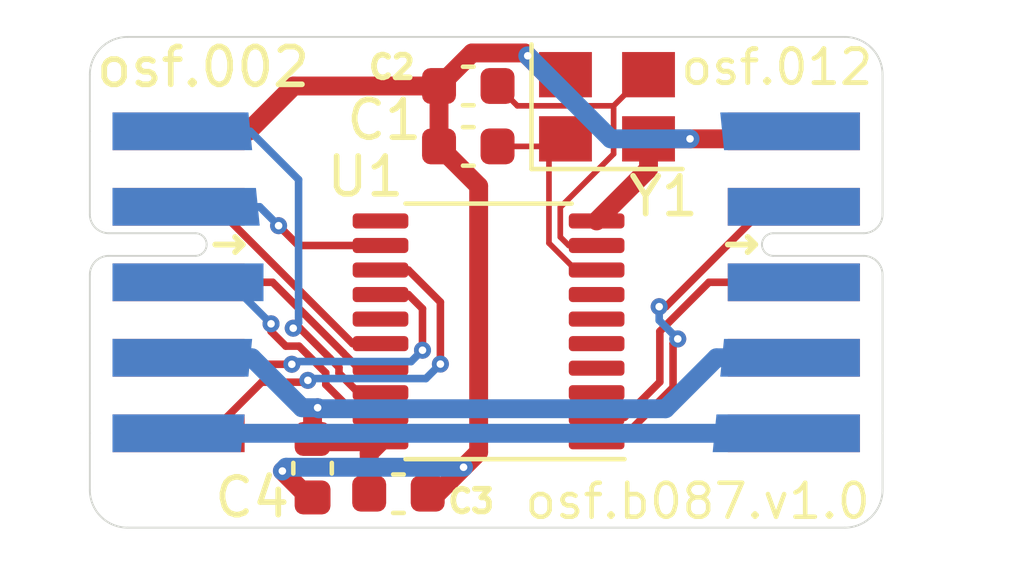
<source format=kicad_pcb>
(kicad_pcb (version 20221018) (generator pcbnew)
  (layers (0 "F.Cu" signal) (31 "B.Cu" signal) (34 "B.Paste" user) (35 "F.Paste" user) (36 "B.SilkS" user "B.Silkscreen") (37 "F.SilkS" user "F.Silkscreen") (38 "B.Mask" user) (39 "F.Mask" user) (44 "Edge.Cuts" user))
  (net 0 "")
  (net 1 "GND")
  (net 2 "Net-(U1-OSC2)")
  (net 3 "Net-(U1-OSC1)")
  (net 4 "+3.3V")
  (net 5 "/controller/CS")
  (net 6 "/controller/MISO")
  (net 7 "/controller/MOSI")
  (net 8 "/controller/CLK")
  (net 9 "/controller/INT0")
  (net 10 "/controller/INT")
  (net 11 "/controller/CAN_TX")
  (net 12 "/controller/CAN_RX")
  (net 14 "+5V")
  (net 21 "/controller/RESET")
  (footprint "Capacitor_SMD:C_0603_1608Metric" (layer "F.Cu") (at 87.025 76.9 180)
    (fp_text reference "C1" (at 2.225 0.7) (layer "F.SilkS"))
    (fp_text value "22pF")
    (fp_line (start -0.14058 -0.51) (end 0.14058 -0.51) (stroke (width 0.12)) (layer "F.SilkS"))
    (fp_line (start -0.14058 0.51) (end 0.14058 0.51) (stroke (width 0.12)) (layer "F.SilkS"))
    (pad "1" smd roundrect (at -0.775 0 180) (size 0.9 0.95) (layers "F.Cu" "F.Paste" "F.Mask") (net 2 "Net-(U1-OSC2)"))
    (pad "2" smd roundrect (at 0.775 0 180) (size 0.9 0.95) (layers "F.Cu" "F.Paste" "F.Mask") (net 1 "GND"))
  )
  (footprint "Capacitor_SMD:C_0603_1608Metric" (layer "F.Cu") (at 87.025 75.3 180)
    (fp_text reference "C2" (at 2.025 0.5) (layer "F.SilkS") (effects (font (size 0.6 0.6))))
    (fp_text value "22pF")
    (fp_line (start -0.14058 -0.51) (end 0.14058 -0.51) (stroke (width 0.12)) (layer "F.SilkS"))
    (fp_line (start -0.14058 0.51) (end 0.14058 0.51) (stroke (width 0.12)) (layer "F.SilkS"))
    (pad "1" smd roundrect (at -0.775 0 180) (size 0.9 0.95) (layers "F.Cu" "F.Paste" "F.Mask") (net 3 "Net-(U1-OSC1)"))
    (pad "2" smd roundrect (at 0.775 0 180) (size 0.9 0.95) (layers "F.Cu" "F.Paste" "F.Mask") (net 1 "GND"))
  )
  (footprint "Crystal:Crystal_SMD_Abracon_ABM8G-4Pin_3.2x2.5mm" (layer "F.Cu") (at 90.7 75.85)
    (fp_text reference "Y1" (at 1.5 2.375) (layer "F.SilkS"))
    (fp_text value "20MhZ")
    (fp_line (start -2 -1.65) (end -2 1.65) (stroke (width 0.12)) (layer "F.SilkS"))
    (fp_line (start -2 1.65) (end 2 1.65) (stroke (width 0.12)) (layer "F.SilkS"))
    (pad "1" smd rect (at -1.1 0.85) (size 1.4 1.2) (layers "F.Cu" "F.Paste" "F.Mask") (net 2 "Net-(U1-OSC2)"))
    (pad "2" smd rect (at 1.1 0.85) (size 1.4 1.2) (layers "F.Cu" "F.Paste" "F.Mask") (net 1 "GND"))
    (pad "3" smd rect (at 1.1 -0.85) (size 1.4 1.2) (layers "F.Cu" "F.Paste" "F.Mask") (net 3 "Net-(U1-OSC1)"))
    (pad "4" smd rect (at -1.1 -0.85) (size 1.4 1.2) (layers "F.Cu" "F.Paste" "F.Mask") (net 1 "GND"))
  )
  (footprint "on_edge:on_edge_2x05_device" (layer "F.Cu") (at 77 80.5 -90)
    (fp_text reference "J1")
    (fp_text value "002_SPI")
    (fp_line (start -1.2 -3.85) (end -1 -4.05) (stroke (width 0.153)) (layer "F.SilkS"))
    (fp_line (start -1 -4.05) (end -1 -3.323) (stroke (width 0.153)) (layer "F.SilkS"))
    (fp_line (start -1 -4.05) (end -0.8 -3.85) (stroke (width 0.153)) (layer "F.SilkS"))
    (fp_line (start -4 0) (end -1.8 0) (stroke (width 0.05)) (layer "Edge.Cuts"))
    (fp_line (start -1.3 -2.8) (end -1.3 -0.5) (stroke (width 0.05)) (layer "Edge.Cuts"))
    (fp_line (start -0.7 -0.5) (end -0.7 -2.8) (stroke (width 0.05)) (layer "Edge.Cuts"))
    (fp_line (start -0.2 0) (end 4 0) (stroke (width 0.05)) (layer "Edge.Cuts"))
    (fp_arc (start -1.3 -2.8) (mid -1 -3.1) (end -0.7 -2.8) (stroke (width 0.05)) (layer "Edge.Cuts"))
    (fp_arc (start -1.3 -0.5) (mid -1.446447 -0.146447) (end -1.8 0) (stroke (width 0.05)) (layer "Edge.Cuts"))
    (fp_arc (start -0.2 0) (mid -0.553553 -0.146447) (end -0.7 -0.5) (stroke (width 0.05)) (layer "Edge.Cuts"))
    (pad "1" smd rect (at -4 -2.35 90) (size 1 3.5) (layers "F.Cu" "F.Mask") (net 1 "GND"))
    (pad "2" smd rect (at -2 -2.35 270) (size 1 3.5) (layers "F.Cu" "F.Mask") (net 7 "/controller/MOSI"))
    (pad "3" smd rect (at 0 -2.35 270) (size 1 3.5) (layers "F.Cu" "F.Mask") (net 6 "/controller/MISO"))
    (pad "4" smd rect (at 2 -2.35 90) (size 1 3.5) (layers "F.Cu" "F.Mask") (net 8 "/controller/CLK"))
    (pad "5" smd rect (at 4 -2.35 90) (size 1 3.5) (layers "F.Cu" "F.Mask") (net 10 "/controller/INT"))
    (pad "6" smd custom (at -4 -2.4 270) (size 1 3.6) (layers "B.Cu" "B.Mask") (net 5 "/controller/CS") (options (clearance outline) (anchor rect)) (primitives (gr_poly (pts (xy 0.5 -1.8) (xy 0.5 -1.9) (xy -0.5 -1.8)) (width 0) (fill yes))))
    (pad "7" smd custom (at -2 -2.1 270) (size 1 3) (layers "B.Cu" "B.Mask") (net 9 "/controller/INT0") (options (clearance outline) (anchor rect)) (primitives (gr_poly (pts (xy 0.3 -0.51) (xy 0.31 -0.62) (xy 0.33 -0.7) (xy 0.35 -0.76) (xy 0.37 -0.81) (xy 0.4 -0.86) (xy 0.44 -0.92) (xy 0.48 -0.97) (xy 0.5 -0.99) (xy 0.5 -2.4) (xy -0.5 -2.3) (xy -0.5 1.5) (xy 0.3 1.5)) (width 0) (fill yes))))
    (pad "8" smd rect (at 0 -2.6 270) (size 1 4) (layers "B.Cu" "B.Mask") (net 21 "/controller/RESET"))
    (pad "9" smd custom (at 2 -2.4 270) (size 1 3.6) (layers "B.Cu" "B.Mask") (net 4 "+3.3V") (options (clearance outline) (anchor rect)) (primitives (gr_poly (pts (xy -0.5 -1.8) (xy -0.5 -1.9) (xy 0.5 -1.8)) (width 0) (fill yes))))
    (pad "10" smd custom (at 4 -2.3 270) (size 1 3.4) (layers "B.Cu" "B.Mask") (net 14 "+5V") (options (clearance outline) (anchor rect)) (primitives (gr_poly (pts (xy -0.5 -1.7) (xy -0.5 -1.8) (xy 0.5 -1.7)) (width 0) (fill yes))))
  )
  (footprint "on_edge:on_edge_2x05_host" (layer "F.Cu") (at 98 80.5 -90)
    (fp_text reference "J2")
    (fp_text value "012_CAN")
    (fp_line (start -1 3.373) (end -1.2 3.573) (stroke (width 0.153)) (layer "F.SilkS"))
    (fp_line (start -1 4.1) (end -1 3.373) (stroke (width 0.153)) (layer "F.SilkS"))
    (fp_line (start -0.8 3.573) (end -1 3.373) (stroke (width 0.153)) (layer "F.SilkS"))
    (fp_line (start -4 0) (end -1.8 0) (stroke (width 0.05)) (layer "Edge.Cuts"))
    (fp_line (start -1.3 0.5) (end -1.3 2.9) (stroke (width 0.05)) (layer "Edge.Cuts"))
    (fp_line (start -0.7 2.9) (end -0.7 0.5) (stroke (width 0.05)) (layer "Edge.Cuts"))
    (fp_line (start -0.2 0) (end 4 0) (stroke (width 0.05)) (layer "Edge.Cuts"))
    (fp_arc (start -1.8 0) (mid -1.446447 0.146447) (end -1.3 0.5) (stroke (width 0.05)) (layer "Edge.Cuts"))
    (fp_arc (start -0.7 0.5) (mid -0.553553 0.146447) (end -0.2 0) (stroke (width 0.05)) (layer "Edge.Cuts"))
    (fp_arc (start -0.7 2.9) (mid -1 3.2) (end -1.3 2.9) (stroke (width 0.05)) (layer "Edge.Cuts"))
    (pad "1" smd rect (at -4 2.35 270) (size 1 3.5) (layers "F.Cu" "F.Mask") (net 1 "GND"))
    (pad "2" smd rect (at -2 2.35 270) (size 1 3.5) (layers "F.Cu" "F.Mask") (net 11 "/controller/CAN_TX"))
    (pad "3" smd rect (at 0 2.35 270) (size 1 3.5) (layers "F.Cu" "F.Mask") (net 12 "/controller/CAN_RX"))
    (pad "4" smd rect (at 2 2.35 270) (size 1 3.5) (layers "F.Cu" "F.Mask"))
    (pad "5" smd rect (at 4 2.35 270) (size 1 3.5) (layers "F.Cu" "F.Mask"))
    (pad "6" smd custom (at -4 2.4 90) (size 1 3.6) (layers "B.Cu" "B.Mask") (options (clearance outline) (anchor rect)) (primitives (gr_poly (pts (xy 0.5 -1.8) (xy -0.5 -1.8) (xy 0.5 -1.9)) (width 0) (fill yes))))
    (pad "7" smd rect (at -2 2.35 90) (size 1 3.5) (layers "B.Cu" "B.Mask"))
    (pad "8" smd rect (at 0 2.35 90) (size 1 3.5) (layers "B.Cu" "B.Mask"))
    (pad "9" smd custom (at 2 2.4 90) (size 1 3.6) (layers "B.Cu" "B.Mask") (net 4 "+3.3V") (options (clearance outline) (anchor rect)) (primitives (gr_poly (pts (xy 0.5 -1.8) (xy -0.5 -1.8) (xy -0.5 -1.9)) (width 0) (fill yes))))
    (pad "10" smd custom (at 4 2.5 90) (size 1 3.8) (layers "B.Cu" "B.Mask") (net 14 "+5V") (options (clearance outline) (anchor rect)) (primitives (gr_poly (pts (xy 0.5 -1.9) (xy -0.5 -1.9) (xy -0.5 -2)) (width 0) (fill yes))))
  )
  (footprint "Capacitor_SMD:C_0603_1608Metric" (layer "F.Cu") (at 85.175 86.1)
    (fp_text reference "C3" (at 1.925 0.2) (layer "F.SilkS") (effects (font (size 0.6 0.6))))
    (fp_text value "1uF")
    (fp_line (start -0.14058 -0.51) (end 0.14058 -0.51) (stroke (width 0.12)) (layer "F.SilkS"))
    (fp_line (start -0.14058 0.51) (end 0.14058 0.51) (stroke (width 0.12)) (layer "F.SilkS"))
    (pad "1" smd roundrect (at -0.775 0) (size 0.9 0.95) (layers "F.Cu" "F.Paste" "F.Mask") (net 4 "+3.3V"))
    (pad "2" smd roundrect (at 0.775 0) (size 0.9 0.95) (layers "F.Cu" "F.Paste" "F.Mask") (net 1 "GND"))
  )
  (footprint "Capacitor_SMD:C_0603_1608Metric" (layer "F.Cu") (at 82.9 85.425 -90)
    (fp_text reference "C4" (at 0.775 1.6 -180) (layer "F.SilkS"))
    (fp_text value "100nF")
    (fp_line (start -0.14058 -0.51) (end 0.14058 -0.51) (stroke (width 0.12)) (layer "F.SilkS"))
    (fp_line (start -0.14058 0.51) (end 0.14058 0.51) (stroke (width 0.12)) (layer "F.SilkS"))
    (pad "1" smd roundrect (at -0.775 0 270) (size 0.9 0.95) (layers "F.Cu" "F.Paste" "F.Mask") (net 4 "+3.3V"))
    (pad "2" smd roundrect (at 0.775 0 270) (size 0.9 0.95) (layers "F.Cu" "F.Paste" "F.Mask") (net 1 "GND"))
  )
  (footprint "Package_SO:TSSOP-20_4.4x6.5mm_P0.65mm" (layer "F.Cu") (at 87.5625 81.8 180)
    (fp_text reference "U1" (at 3.2625 4.1) (layer "F.SilkS"))
    (fp_text value "MCP2515-xST")
    (fp_line (start 0 -3.385) (end -3.6 -3.385) (stroke (width 0.12)) (layer "F.SilkS"))
    (fp_line (start 0 -3.385) (end 2.2 -3.385) (stroke (width 0.12)) (layer "F.SilkS"))
    (fp_line (start 0 3.385) (end -2.2 3.385) (stroke (width 0.12)) (layer "F.SilkS"))
    (fp_line (start 0 3.385) (end 2.2 3.385) (stroke (width 0.12)) (layer "F.SilkS"))
    (pad "1" smd roundrect (at -2.8625 -2.925 180) (size 1.475 0.4) (layers "F.Cu" "F.Paste" "F.Mask") (net 11 "/controller/CAN_TX"))
    (pad "2" smd roundrect (at -2.8625 -2.275 180) (size 1.475 0.4) (layers "F.Cu" "F.Paste" "F.Mask") (net 12 "/controller/CAN_RX"))
    (pad "3" smd roundrect (at -2.8625 -1.625 180) (size 1.475 0.4) (layers "F.Cu" "F.Paste" "F.Mask"))
    (pad "4" smd roundrect (at -2.8625 -0.975 180) (size 1.475 0.4) (layers "F.Cu" "F.Paste" "F.Mask"))
    (pad "5" smd roundrect (at -2.8625 -0.325 180) (size 1.475 0.4) (layers "F.Cu" "F.Paste" "F.Mask"))
    (pad "6" smd roundrect (at -2.8625 0.325 180) (size 1.475 0.4) (layers "F.Cu" "F.Paste" "F.Mask"))
    (pad "7" smd roundrect (at -2.8625 0.975 180) (size 1.475 0.4) (layers "F.Cu" "F.Paste" "F.Mask"))
    (pad "8" smd roundrect (at -2.8625 1.625 180) (size 1.475 0.4) (layers "F.Cu" "F.Paste" "F.Mask") (net 2 "Net-(U1-OSC2)"))
    (pad "9" smd roundrect (at -2.8625 2.275 180) (size 1.475 0.4) (layers "F.Cu" "F.Paste" "F.Mask") (net 3 "Net-(U1-OSC1)"))
    (pad "10" smd roundrect (at -2.8625 2.925 180) (size 1.475 0.4) (layers "F.Cu" "F.Paste" "F.Mask") (net 1 "GND"))
    (pad "11" smd roundrect (at 2.8625 2.925 180) (size 1.475 0.4) (layers "F.Cu" "F.Paste" "F.Mask"))
    (pad "12" smd roundrect (at 2.8625 2.275 180) (size 1.475 0.4) (layers "F.Cu" "F.Paste" "F.Mask") (net 9 "/controller/INT0"))
    (pad "13" smd roundrect (at 2.8625 1.625 180) (size 1.475 0.4) (layers "F.Cu" "F.Paste" "F.Mask") (net 10 "/controller/INT"))
    (pad "14" smd roundrect (at 2.8625 0.975 180) (size 1.475 0.4) (layers "F.Cu" "F.Paste" "F.Mask") (net 8 "/controller/CLK"))
    (pad "15" smd roundrect (at 2.8625 0.325 180) (size 1.475 0.4) (layers "F.Cu" "F.Paste" "F.Mask"))
    (pad "16" smd roundrect (at 2.8625 -0.325 180) (size 1.475 0.4) (layers "F.Cu" "F.Paste" "F.Mask") (net 7 "/controller/MOSI"))
    (pad "17" smd roundrect (at 2.8625 -0.975 180) (size 1.475 0.4) (layers "F.Cu" "F.Paste" "F.Mask") (net 6 "/controller/MISO"))
    (pad "18" smd roundrect (at 2.8625 -1.625 180) (size 1.475 0.4) (layers "F.Cu" "F.Paste" "F.Mask") (net 5 "/controller/CS"))
    (pad "19" smd roundrect (at 2.8625 -2.275 180) (size 1.475 0.4) (layers "F.Cu" "F.Paste" "F.Mask") (net 21 "/controller/RESET"))
    (pad "20" smd roundrect (at 2.8625 -2.925 180) (size 1.475 0.4) (layers "F.Cu" "F.Paste" "F.Mask") (net 4 "+3.3V"))
  )
  (gr_line (start 97 87) (end 78 87) (stroke (width 0.05)) (layer "Edge.Cuts"))
  (gr_line (start 77 86) (end 77 84.5) (stroke (width 0.05)) (layer "Edge.Cuts"))
  (gr_line (start 78 74) (end 97 74) (stroke (width 0.05)) (layer "Edge.Cuts"))
  (gr_line (start 98 76.5) (end 98 75) (stroke (width 0.05)) (layer "Edge.Cuts"))
  (gr_line (start 77 76.5) (end 77 75) (stroke (width 0.05)) (layer "Edge.Cuts"))
  (gr_arc (start 98 86) (mid 97.707107 86.707107) (end 97 87) (stroke (width 0.05)) (layer "Edge.Cuts"))
  (gr_line (start 98 86) (end 98 84.5) (stroke (width 0.05)) (layer "Edge.Cuts"))
  (gr_arc (start 77 75) (mid 77.292893 74.292893) (end 78 74) (stroke (width 0.05)) (layer "Edge.Cuts"))
  (gr_arc (start 78 87) (mid 77.292893 86.707107) (end 77 86) (stroke (width 0.05)) (layer "Edge.Cuts"))
  (gr_arc (start 97 74) (mid 97.707107 74.292893) (end 98 75) (stroke (width 0.05)) (layer "Edge.Cuts"))
  (gr_text "osf.012" (at 95.2 74.8) (layer "F.SilkS") (effects (font (size 0.9 0.9) (thickness 0.13))))
  (gr_text "osf.b087.v1.0" (at 93.1 86.3) (layer "F.SilkS") (effects (font (size 0.9 0.9) (thickness 0.12))))
  (gr_text "osf.002" (at 80 74.8) (layer "F.SilkS") (effects (font (size 1 1))))
  (segment (start 91.8 77.5) (end 91.8 76.7) (width 0.5) (layer "F.Cu") (net 1))
  (segment (start 81.2 76.5) (end 79.35 76.5) (width 0.5) (layer "F.Cu") (net 1))
  (segment (start 89.1 75) (end 88.6 74.5) (width 0.5) (layer "F.Cu") (net 1))
  (segment (start 89.6 75) (end 89.1 75) (width 0.5) (layer "F.Cu") (net 1))
  (segment (start 91.8 76.7) (end 92.9 76.7) (width 0.5) (layer "F.Cu") (net 1))
  (segment (start 86.25 76.9) (end 86.25 75.3) (width 0.5) (layer "F.Cu") (net 1))
  (segment (start 82.8 86.2) (end 82.1 85.5) (width 0.5) (layer "F.Cu") (net 1))
  (segment (start 82.9 86.2) (end 82.8 86.2) (width 0.5) (layer "F.Cu") (net 1))
  (segment (start 95.45 76.7) (end 95.65 76.5) (width 0.5) (layer "F.Cu") (net 1))
  (segment (start 87.3 77.95) (end 86.25 76.9) (width 0.5) (layer "F.Cu") (net 1))
  (segment (start 90.425 78.875) (end 91.8 77.5) (width 0.5) (layer "F.Cu") (net 1))
  (segment (start 86.25 75.3) (end 87.125 74.425) (width 0.5) (layer "F.Cu") (net 1))
  (segment (start 86.9 85.4) (end 86.2 86.1) (width 0.5) (layer "F.Cu") (net 1))
  (segment (start 86.9 85.4) (end 87.3 85) (width 0.5) (layer "F.Cu") (net 1))
  (segment (start 87.3 85) (end 87.3 77.95) (width 0.5) (layer "F.Cu") (net 1))
  (segment (start 88.525 74.425) (end 88.6 74.5) (width 0.5) (layer "F.Cu") (net 1))
  (segment (start 86.2 86.1) (end 85.95 86.1) (width 0.5) (layer "F.Cu") (net 1))
  (segment (start 86.25 75.3) (end 82.4 75.3) (width 0.5) (layer "F.Cu") (net 1))
  (segment (start 92.9 76.7) (end 95.45 76.7) (width 0.5) (layer "F.Cu") (net 1))
  (segment (start 87.125 74.425) (end 88.525 74.425) (width 0.5) (layer "F.Cu") (net 1))
  (segment (start 82.4 75.3) (end 81.2 76.5) (width 0.5) (layer "F.Cu") (net 1))
  (via (at 88.6 74.5) (size 0.45) (drill 0.2) (layers "F.Cu" "B.Cu") (net 1))
  (via (at 86.9 85.4) (size 0.45) (drill 0.2) (layers "F.Cu" "B.Cu") (net 1))
  (via (at 92.9 76.7) (size 0.45) (drill 0.2) (layers "F.Cu" "B.Cu") (net 1))
  (via (at 82.1 85.5) (size 0.45) (drill 0.2) (layers "F.Cu" "B.Cu") (net 1))
  (segment (start 90.8 76.7) (end 92.9 76.7) (width 0.5) (layer "B.Cu") (net 1))
  (segment (start 86.9 85.4) (end 82.2 85.4) (width 0.5) (layer "B.Cu") (net 1))
  (segment (start 88.6 74.5) (end 90.8 76.7) (width 0.5) (layer "B.Cu") (net 1))
  (segment (start 82.2 85.4) (end 82.1 85.5) (width 0.5) (layer "B.Cu") (net 1))
  (segment (start 89.87511 80.175) (end 89.1625 79.46239) (width 0.15) (layer "F.Cu") (net 2))
  (segment (start 89.4 76.9) (end 89.6 76.7) (width 0.15) (layer "F.Cu") (net 2))
  (segment (start 90.425 80.175) (end 89.87511 80.175) (width 0.15) (layer "F.Cu") (net 2))
  (segment (start 87.8 76.9) (end 89.4 76.9) (width 0.15) (layer "F.Cu") (net 2))
  (segment (start 89.1625 79.46239) (end 89.1625 77.1375) (width 0.15) (layer "F.Cu") (net 2))
  (segment (start 89.1625 77.1375) (end 89.6 76.7) (width 0.15) (layer "F.Cu") (net 2))
  (segment (start 91.7 75) (end 91.8 75) (width 0.15) (layer "F.Cu") (net 3))
  (segment (start 89.687501 79.525) (end 89.4625 79.299999) (width 0.15) (layer "F.Cu") (net 3))
  (segment (start 90.875 75.825) (end 91.7 75) (width 0.15) (layer "F.Cu") (net 3))
  (segment (start 90.425 79.525) (end 89.687501 79.525) (width 0.15) (layer "F.Cu") (net 3))
  (segment (start 90.875 75.825) (end 88.325 75.825) (width 0.15) (layer "F.Cu") (net 3))
  (segment (start 90.875 77.1) (end 90.875 75.825) (width 0.15) (layer "F.Cu") (net 3))
  (segment (start 89.4625 78.5125) (end 90.875 77.1) (width 0.15) (layer "F.Cu") (net 3))
  (segment (start 88.325 75.825) (end 87.8 75.3) (width 0.15) (layer "F.Cu") (net 3))
  (segment (start 89.4625 79.299999) (end 89.4625 78.5125) (width 0.15) (layer "F.Cu") (net 3))
  (segment (start 83.034384 83.82287) (end 82.9 83.957254) (width 0.5) (layer "F.Cu") (net 4))
  (segment (start 84.4 86.1) (end 84.4 85.025) (width 0.5) (layer "F.Cu") (net 4))
  (segment (start 84.4 85.025) (end 84.7 84.725) (width 0.5) (layer "F.Cu") (net 4))
  (segment (start 82.975 84.725) (end 84.7 84.725) (width 0.5) (layer "F.Cu") (net 4))
  (segment (start 82.9 83.957254) (end 82.9 84.65) (width 0.5) (layer "F.Cu") (net 4))
  (segment (start 82.9 84.65) (end 82.975 84.725) (width 0.5) (layer "F.Cu") (net 4))
  (via (at 83.034384 83.82287) (size 0.45) (drill 0.2) (layers "F.Cu" "B.Cu") (net 4))
  (segment (start 93.6 82.5) (end 95.6 82.5) (width 0.5) (layer "B.Cu") (net 4))
  (segment (start 81.294876 82.5) (end 79.4 82.5) (width 0.5) (layer "B.Cu") (net 4))
  (segment (start 83.034384 83.82287) (end 82.617746 83.82287) (width 0.5) (layer "B.Cu") (net 4))
  (segment (start 82.617746 83.82287) (end 81.294876 82.5) (width 0.5) (layer "B.Cu") (net 4))
  (segment (start 83.061514 83.85) (end 92.25 83.85) (width 0.5) (layer "B.Cu") (net 4))
  (segment (start 83.034384 83.82287) (end 83.061514 83.85) (width 0.5) (layer "B.Cu") (net 4))
  (segment (start 92.25 83.85) (end 93.6 82.5) (width 0.5) (layer "B.Cu") (net 4))
  (segment (start 82.387777 81.716297) (end 82.563849 81.716297) (width 0.2) (layer "F.Cu") (net 5))
  (segment (start 84.114754 83.425) (end 84.7 83.425) (width 0.2) (layer "F.Cu") (net 5))
  (segment (start 83.6 82.910246) (end 84.114754 83.425) (width 0.2) (layer "F.Cu") (net 5))
  (segment (start 83.6 82.75522) (end 83.6 82.910246) (width 0.2) (layer "F.Cu") (net 5))
  (segment (start 83.3625 82.51772) (end 83.6 82.75522) (width 0.2) (layer "F.Cu") (net 5))
  (segment (start 82.563849 81.716297) (end 83.3625 82.514948) (width 0.2) (layer "F.Cu") (net 5))
  (segment (start 83.3625 82.514948) (end 83.3625 82.51772) (width 0.2) (layer "F.Cu") (net 5))
  (via (at 82.387777 81.716297) (size 0.45) (drill 0.2) (layers "F.Cu" "B.Cu") (net 5))
  (segment (start 82.529273 81.574801) (end 82.529273 77.779273) (width 0.2) (layer "B.Cu") (net 5))
  (segment (start 81.25 76.5) (end 79.4 76.5) (width 0.2) (layer "B.Cu") (net 5))
  (segment (start 82.529273 77.779273) (end 81.25 76.5) (width 0.2) (layer "B.Cu") (net 5))
  (segment (start 82.387777 81.716297) (end 82.529273 81.574801) (width 0.2) (layer "B.Cu") (net 5))
  (segment (start 83.7125 82.369974) (end 81.842527 80.5) (width 0.2) (layer "F.Cu") (net 6))
  (segment (start 84.114754 82.775) (end 83.7125 82.372746) (width 0.2) (layer "F.Cu") (net 6))
  (segment (start 84.7 82.775) (end 84.114754 82.775) (width 0.2) (layer "F.Cu") (net 6))
  (segment (start 83.7125 82.372746) (end 83.7125 82.369974) (width 0.2) (layer "F.Cu") (net 6))
  (segment (start 81.842527 80.5) (end 79.35 80.5) (width 0.2) (layer "F.Cu") (net 6))
  (segment (start 83.962501 82.125) (end 80.337501 78.5) (width 0.2) (layer "F.Cu") (net 7))
  (segment (start 80.337501 78.5) (end 79.35 78.5) (width 0.2) (layer "F.Cu") (net 7))
  (segment (start 84.7 82.125) (end 83.962501 82.125) (width 0.2) (layer "F.Cu") (net 7))
  (segment (start 81 82.5) (end 79.35 82.5) (width 0.2) (layer "F.Cu") (net 8))
  (segment (start 80.5 82.5) (end 79.35 82.5) (width 0.2) (layer "F.Cu") (net 8))
  (segment (start 82.35066 82.6719) (end 81.1719 82.6719) (width 0.2) (layer "F.Cu") (net 8))
  (segment (start 85.437499 80.825) (end 84.7 80.825) (width 0.2) (layer "F.Cu") (net 8))
  (segment (start 81.1719 82.6719) (end 81 82.5) (width 0.2) (layer "F.Cu") (net 8))
  (segment (start 85.812 82.3) (end 85.812 81.199501) (width 0.2) (layer "F.Cu") (net 8))
  (segment (start 85.812 81.199501) (end 85.437499 80.825) (width 0.2) (layer "F.Cu") (net 8))
  (via (at 82.35066 82.6719) (size 0.45) (drill 0.2) (layers "F.Cu" "B.Cu") (net 8))
  (via (at 85.812 82.3) (size 0.45) (drill 0.2) (layers "F.Cu" "B.Cu") (net 8))
  (segment (start 82.35066 82.6719) (end 82.42256 82.6) (width 0.2) (layer "B.Cu") (net 8))
  (segment (start 85.512 82.6) (end 85.812 82.3) (width 0.2) (layer "B.Cu") (net 8))
  (segment (start 82.42256 82.6) (end 85.512 82.6) (width 0.2) (layer "B.Cu") (net 8))
  (segment (start 84.7 79.525) (end 82.525 79.525) (width 0.2) (layer "F.Cu") (net 9))
  (segment (start 82.525 79.525) (end 82 79) (width 0.2) (layer "F.Cu") (net 9))
  (via (at 82 79) (size 0.45) (drill 0.2) (layers "F.Cu" "B.Cu") (net 9))
  (segment (start 81.5 78.5) (end 79.1 78.5) (width 0.2) (layer "B.Cu") (net 9))
  (segment (start 82 79) (end 81.5 78.5) (width 0.2) (layer "B.Cu") (net 9))
  (segment (start 80.2 84.5) (end 79.35 84.5) (width 0.2) (layer "F.Cu") (net 10))
  (segment (start 85.437499 80.175) (end 84.7 80.175) (width 0.2) (layer "F.Cu") (net 10))
  (segment (start 81.5531 83.1469) (end 80.2 84.5) (width 0.2) (layer "F.Cu") (net 10))
  (segment (start 86.28627 81.023771) (end 85.437499 80.175) (width 0.2) (layer "F.Cu") (net 10))
  (segment (start 82.72647 83.1469) (end 81.5531 83.1469) (width 0.2) (layer "F.Cu") (net 10))
  (segment (start 86.28627 82.666704) (end 86.28627 81.023771) (width 0.2) (layer "F.Cu") (net 10))
  (segment (start 82.7755 83.09787) (end 82.72647 83.1469) (width 0.2) (layer "F.Cu") (net 10))
  (via (at 82.7755 83.09787) (size 0.45) (drill 0.2) (layers "F.Cu" "B.Cu") (net 10))
  (via (at 86.28627 82.666704) (size 0.45) (drill 0.2) (layers "F.Cu" "B.Cu") (net 10))
  (segment (start 82.7755 83.09787) (end 82.82337 83.05) (width 0.2) (layer "B.Cu") (net 10))
  (segment (start 85.902974 83.05) (end 86.28627 82.666704) (width 0.2) (layer "B.Cu") (net 10))
  (segment (start 82.82337 83.05) (end 85.902974 83.05) (width 0.2) (layer "B.Cu") (net 10))
  (segment (start 92.45 82.1245) (end 92.45 83.285246) (width 0.2) (layer "F.Cu") (net 11))
  (segment (start 92.45 83.285246) (end 91.010246 84.725) (width 0.2) (layer "F.Cu") (net 11))
  (segment (start 91.010246 84.725) (end 90.425 84.725) (width 0.2) (layer "F.Cu") (net 11))
  (segment (start 92.5745 82) (end 92.45 82.1245) (width 0.2) (layer "F.Cu") (net 11))
  (segment (start 94.905026 78.5) (end 95.65 78.5) (width 0.2) (layer "F.Cu") (net 11))
  (segment (start 92.082781 81.146174) (end 92.258852 81.146174) (width 0.2) (layer "F.Cu") (net 11))
  (segment (start 92.258852 81.146174) (end 94.905026 78.5) (width 0.2) (layer "F.Cu") (net 11))
  (via (at 92.5745 82) (size 0.45) (drill 0.2) (layers "F.Cu" "B.Cu") (net 11))
  (via (at 92.082781 81.146174) (size 0.45) (drill 0.2) (layers "F.Cu" "B.Cu") (net 11))
  (segment (start 92.082781 81.508281) (end 92.5745 82) (width 0.2) (layer "B.Cu") (net 11))
  (segment (start 92.082781 81.146174) (end 92.082781 81.508281) (width 0.2) (layer "B.Cu") (net 11))
  (segment (start 92.1 83.140272) (end 92.1 81.8) (width 0.2) (layer "F.Cu") (net 12))
  (segment (start 93.4 80.5) (end 95.65 80.5) (width 0.2) (layer "F.Cu") (net 12))
  (segment (start 91.165272 84.075) (end 92.1 83.140272) (width 0.2) (layer "F.Cu") (net 12))
  (segment (start 92.1 81.8) (end 93.4 80.5) (width 0.2) (layer "F.Cu") (net 12))
  (segment (start 90.425 84.075) (end 91.165272 84.075) (width 0.2) (layer "F.Cu") (net 12))
  (segment (start 79.975 84.5) (end 79.3 84.5) (width 0.5) (layer "B.Cu") (net 14))
  (segment (start 79.3 84.5) (end 95.5 84.5) (width 0.5) (layer "B.Cu") (net 14))
  (segment (start 84.114754 84.075) (end 83.25 83.210246) (width 0.2) (layer "F.Cu") (net 21))
  (segment (start 83.25 82.900194) (end 82.541103 82.191297) (width 0.2) (layer "F.Cu") (net 21))
  (segment (start 82.191025 82.191297) (end 81.8 81.800272) (width 0.2) (layer "F.Cu") (net 21))
  (segment (start 81.8 81.800272) (end 81.8 81.6) (width 0.2) (layer "F.Cu") (net 21))
  (segment (start 83.25 83.210246) (end 83.25 82.900194) (width 0.2) (layer "F.Cu") (net 21))
  (segment (start 82.541103 82.191297) (end 82.191025 82.191297) (width 0.2) (layer "F.Cu") (net 21))
  (segment (start 84.7 84.075) (end 84.114754 84.075) (width 0.2) (layer "F.Cu") (net 21))
  (via (at 81.8 81.6) (size 0.45) (drill 0.2) (layers "F.Cu" "B.Cu") (net 21))
  (segment (start 80.7 80.5) (end 79.6 80.5) (width 0.2) (layer "B.Cu") (net 21))
  (segment (start 81.8 81.6) (end 80.7 80.5) (width 0.2) (layer "B.Cu") (net 21))
)
</source>
